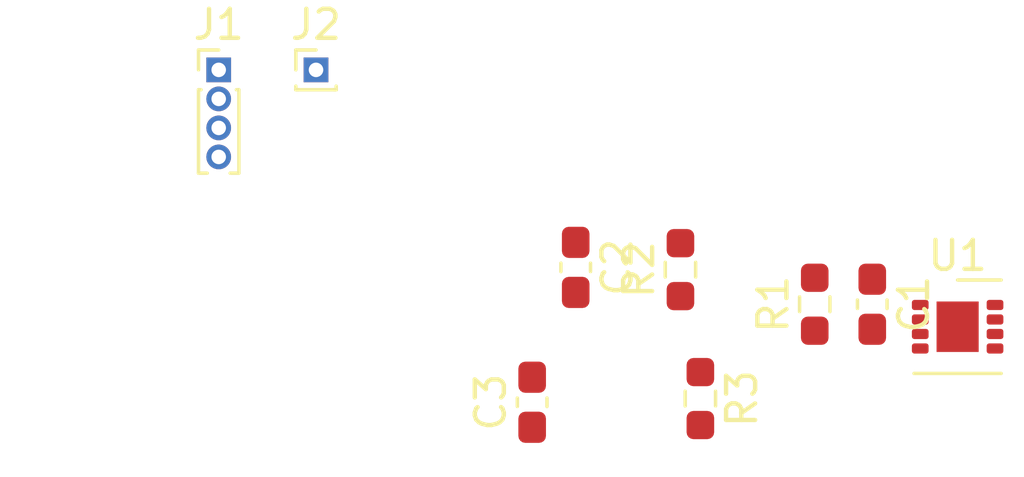
<source format=kicad_pcb>
(kicad_pcb (version 20221018) (generator pcbnew)
  (layers (0 "F.Cu" signal) (31 "B.Cu" signal) (34 "B.Paste" user) (35 "F.Paste" user) (36 "B.SilkS" user "B.Silkscreen") (37 "F.SilkS" user "F.Silkscreen") (38 "B.Mask" user) (39 "F.Mask" user) (44 "Edge.Cuts" user))
  (net 0 "")
  (net 1 "DAC_OUT")
  (net 2 "RE")
  (net 3 "CE")
  (net 4 "2V")
  (net 5 "WE")
  (net 6 "SIG_OUT")
  (net 7 "GND")
  (net 8 "+5V")
  (net 9 "IN0")
  (net 10 "IN1")
  (footprint "Connector_PinHeader_1.00mm:PinHeader_1x01_P1.00mm_Vertical" (layer "F.Cu") (at 55.3974 37.6174)
    (fp_text reference "J2" (at 0 -1.56) (layer "F.SilkS"))
    (fp_text value "Conn_01x01_Socket")
    (fp_line (start -0.695 -0.685) (end 0 -0.685) (stroke (width 0.12)) (layer "F.SilkS"))
    (fp_line (start -0.695 0) (end -0.695 -0.685) (stroke (width 0.12)) (layer "F.SilkS"))
    (fp_line (start -0.695 0.685) (end -0.695 0.56) (stroke (width 0.12)) (layer "F.SilkS"))
    (fp_line (start -0.695 0.685) (end -0.608276 0.685) (stroke (width 0.12)) (layer "F.SilkS"))
    (fp_line (start -0.695 0.685) (end 0.695 0.685) (stroke (width 0.12)) (layer "F.SilkS"))
    (fp_line (start 0.608276 0.685) (end 0.695 0.685) (stroke (width 0.12)) (layer "F.SilkS"))
    (fp_line (start 0.695 0.685) (end 0.695 0.56) (stroke (width 0.12)) (layer "F.SilkS"))
    (pad "1" thru_hole rect (at 0 0) (size 0.85 0.85) (drill 0.5) (layers "*.Cu" "*.Mask") (net 9 "IN0"))
  )
  (footprint "Resistor_SMD:R_0603_1608Metric_Pad0.98x0.95mm_HandSolder" (layer "F.Cu") (at 68.6308 48.9458 -90)
    (fp_text reference "R3" (at 0 -1.43 90) (layer "F.SilkS"))
    (fp_text value "1 k")
    (fp_line (start -0.254724 -0.5225) (end 0.254724 -0.5225) (stroke (width 0.12)) (layer "F.SilkS"))
    (fp_line (start -0.254724 0.5225) (end 0.254724 0.5225) (stroke (width 0.12)) (layer "F.SilkS"))
    (pad "1" smd roundrect (at -0.9125 0 270) (size 0.975 0.95) (layers "F.Cu" "F.Paste" "F.Mask") (net 4 "2V"))
    (pad "2" smd roundrect (at 0.9125 0 270) (size 0.975 0.95) (layers "F.Cu" "F.Paste" "F.Mask") (net 10 "IN1"))
  )
  (footprint "Package_CSP:LFCSP-8-1EP_3x3mm_P0.5mm_EP1.45x1.74mm" (layer "F.Cu") (at 77.4875 46.47)
    (fp_text reference "U1" (at 0 -2.45) (layer "F.SilkS"))
    (fp_text value "ADA4622-2xCP")
    (fp_line (start -1.5 1.61) (end 1.5 1.61) (stroke (width 0.12)) (layer "F.SilkS"))
    (fp_line (start 0 -1.61) (end 1.5 -1.61) (stroke (width 0.12)) (layer "F.SilkS"))
    (pad "1" smd roundrect (at -1.2875 -0.75) (size 0.575 0.35) (layers "F.Cu" "F.Paste" "F.Mask") (net 6 "SIG_OUT"))
    (pad "2" smd roundrect (at -1.2875 -0.25) (size 0.575 0.35) (layers "F.Cu" "F.Paste" "F.Mask") (net 5 "WE"))
    (pad "3" smd roundrect (at -1.2875 0.25) (size 0.575 0.35) (layers "F.Cu" "F.Paste" "F.Mask") (net 4 "2V"))
    (pad "4" smd roundrect (at -1.2875 0.75) (size 0.575 0.35) (layers "F.Cu" "F.Paste" "F.Mask") (net 7 "GND"))
    (pad "5" smd roundrect (at 1.2875 0.75) (size 0.575 0.35) (layers "F.Cu" "F.Paste" "F.Mask") (net 1 "DAC_OUT"))
    (pad "6" smd roundrect (at 1.2875 0.25) (size 0.575 0.35) (layers "F.Cu" "F.Paste" "F.Mask") (net 2 "RE"))
    (pad "7" smd roundrect (at 1.2875 -0.25) (size 0.575 0.35) (layers "F.Cu" "F.Paste" "F.Mask") (net 3 "CE"))
    (pad "8" smd roundrect (at 1.2875 -0.75) (size 0.575 0.35) (layers "F.Cu" "F.Paste" "F.Mask") (net 8 "+5V"))
    (pad "9" smd rect (at 0 0) (size 1.45 1.74) (layers "F.Cu" "F.Mask") (net 8 "+5V"))
  )
  (footprint "Resistor_SMD:R_0603_1608Metric_Pad0.98x0.95mm_HandSolder" (layer "F.Cu") (at 72.5678 45.6946 90)
    (fp_text reference "R1" (at 0 -1.43 90) (layer "F.SilkS"))
    (fp_text value "47 k")
    (fp_line (start -0.254724 -0.5225) (end 0.254724 -0.5225) (stroke (width 0.12)) (layer "F.SilkS"))
    (fp_line (start -0.254724 0.5225) (end 0.254724 0.5225) (stroke (width 0.12)) (layer "F.SilkS"))
    (pad "1" smd roundrect (at -0.9125 0 90) (size 0.975 0.95) (layers "F.Cu" "F.Paste" "F.Mask") (net 5 "WE"))
    (pad "2" smd roundrect (at 0.9125 0 90) (size 0.975 0.95) (layers "F.Cu" "F.Paste" "F.Mask") (net 6 "SIG_OUT"))
  )
  (footprint "Resistor_SMD:R_0603_1608Metric_Pad0.98x0.95mm_HandSolder" (layer "F.Cu") (at 67.945 44.5027 90)
    (fp_text reference "R2" (at 0 -1.43 90) (layer "F.SilkS"))
    (fp_text value "1 k")
    (fp_line (start -0.254724 -0.5225) (end 0.254724 -0.5225) (stroke (width 0.12)) (layer "F.SilkS"))
    (fp_line (start -0.254724 0.5225) (end 0.254724 0.5225) (stroke (width 0.12)) (layer "F.SilkS"))
    (pad "1" smd roundrect (at -0.9125 0 90) (size 0.975 0.95) (layers "F.Cu" "F.Paste" "F.Mask") (net 6 "SIG_OUT"))
    (pad "2" smd roundrect (at 0.9125 0 90) (size 0.975 0.95) (layers "F.Cu" "F.Paste" "F.Mask") (net 9 "IN0"))
  )
  (footprint "Capacitor_SMD:C_0603_1608Metric_Pad1.08x0.95mm_HandSolder" (layer "F.Cu") (at 74.549 45.6946 -90)
    (fp_text reference "C1" (at 0 -1.43 90) (layer "F.SilkS"))
    (fp_text value "0.1 uF")
    (fp_line (start -0.146267 -0.51) (end 0.146267 -0.51) (stroke (width 0.12)) (layer "F.SilkS"))
    (fp_line (start -0.146267 0.51) (end 0.146267 0.51) (stroke (width 0.12)) (layer "F.SilkS"))
    (pad "1" smd roundrect (at -0.8625 0 270) (size 1.075 0.95) (layers "F.Cu" "F.Paste" "F.Mask") (net 6 "SIG_OUT"))
    (pad "2" smd roundrect (at 0.8625 0 270) (size 1.075 0.95) (layers "F.Cu" "F.Paste" "F.Mask") (net 5 "WE"))
  )
  (footprint "Capacitor_SMD:C_0603_1608Metric_Pad1.08x0.95mm_HandSolder" (layer "F.Cu") (at 62.8396 49.0728 90)
    (fp_text reference "C3" (at 0 -1.43 90) (layer "F.SilkS"))
    (fp_text value "0.1 uF")
    (fp_line (start -0.146267 -0.51) (end 0.146267 -0.51) (stroke (width 0.12)) (layer "F.SilkS"))
    (fp_line (start -0.146267 0.51) (end 0.146267 0.51) (stroke (width 0.12)) (layer "F.SilkS"))
    (pad "1" smd roundrect (at -0.8625 0 90) (size 1.075 0.95) (layers "F.Cu" "F.Paste" "F.Mask") (net 10 "IN1"))
    (pad "2" smd roundrect (at 0.8625 0 90) (size 1.075 0.95) (layers "F.Cu" "F.Paste" "F.Mask") (net 7 "GND"))
  )
  (footprint "Capacitor_SMD:C_0603_1608Metric_Pad1.08x0.95mm_HandSolder" (layer "F.Cu") (at 64.3382 44.4246 -90)
    (fp_text reference "C2" (at 0 -1.43 90) (layer "F.SilkS"))
    (fp_text value "0.1 uF")
    (fp_line (start -0.146267 -0.51) (end 0.146267 -0.51) (stroke (width 0.12)) (layer "F.SilkS"))
    (fp_line (start -0.146267 0.51) (end 0.146267 0.51) (stroke (width 0.12)) (layer "F.SilkS"))
    (pad "1" smd roundrect (at -0.8625 0 270) (size 1.075 0.95) (layers "F.Cu" "F.Paste" "F.Mask") (net 9 "IN0"))
    (pad "2" smd roundrect (at 0.8625 0 270) (size 1.075 0.95) (layers "F.Cu" "F.Paste" "F.Mask") (net 7 "GND"))
  )
  (footprint "Connector_PinHeader_1.00mm:PinHeader_1x04_P1.00mm_Vertical" (layer "F.Cu") (at 52.0474 37.6174)
    (fp_text reference "J1" (at 0 -1.56) (layer "F.SilkS"))
    (fp_text value "Conn_01x04_Socket")
    (fp_line (start -0.695 -0.685) (end 0 -0.685) (stroke (width 0.12)) (layer "F.SilkS"))
    (fp_line (start -0.695 0) (end -0.695 -0.685) (stroke (width 0.12)) (layer "F.SilkS"))
    (fp_line (start -0.695 0.685) (end -0.695 3.56) (stroke (width 0.12)) (layer "F.SilkS"))
    (fp_line (start -0.695 0.685) (end -0.608276 0.685) (stroke (width 0.12)) (layer "F.SilkS"))
    (fp_line (start -0.695 3.56) (end -0.394493 3.56) (stroke (width 0.12)) (layer "F.SilkS"))
    (fp_line (start 0.394493 3.56) (end 0.695 3.56) (stroke (width 0.12)) (layer "F.SilkS"))
    (fp_line (start 0.608276 0.685) (end 0.695 0.685) (stroke (width 0.12)) (layer "F.SilkS"))
    (fp_line (start 0.695 0.685) (end 0.695 3.56) (stroke (width 0.12)) (layer "F.SilkS"))
    (pad "1" thru_hole rect (at 0 0) (size 0.85 0.85) (drill 0.5) (layers "*.Cu" "*.Mask") (net 7 "GND"))
    (pad "2" thru_hole oval (at 0 1) (size 0.85 0.85) (drill 0.5) (layers "*.Cu" "*.Mask") (net 4 "2V"))
    (pad "3" thru_hole oval (at 0 2) (size 0.85 0.85) (drill 0.5) (layers "*.Cu" "*.Mask") (net 1 "DAC_OUT"))
    (pad "4" thru_hole oval (at 0 3) (size 0.85 0.85) (drill 0.5) (layers "*.Cu" "*.Mask") (net 8 "+5V"))
  )
)
</source>
